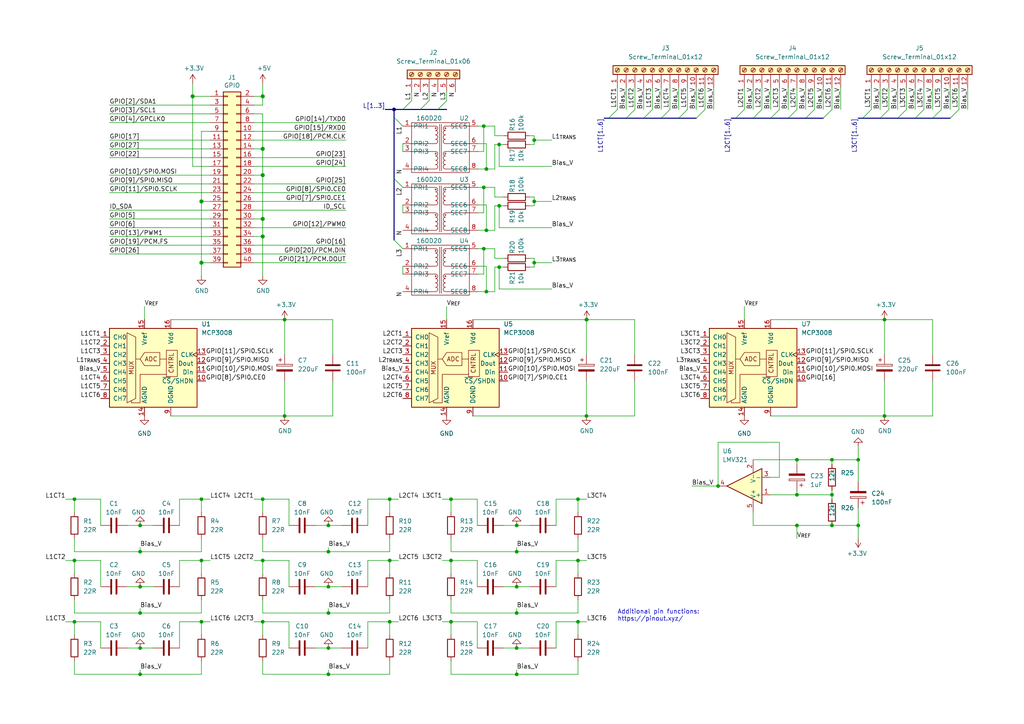
<source format=kicad_sch>
(kicad_sch (version 20250114) (generator "eeschema") (generator_version "9.0")
  (paper "A4")
  (title_block (title "Raspberry Pi 3Phase WattMeter") (date "01 oct 2022") (rev "1.0"))
  (text "Additional pin functions:\nhttps://pinout.xyz/" (at 179.07 180.34 0) (effects (font (size 1.27 1.27)) (justify left bottom)))
  (junction (at 40.64 195.58))
  (junction (at 40.64 187.96))
  (junction (at 149.86 152.4))
  (junction (at 82.55 120.65))
  (junction (at 154.94 58.42))
  (junction (at 76.2 27.94) (diameter 1.016))
  (junction (at 21.59 162.56))
  (junction (at 141.0716 49.022))
  (junction (at 76.2 43.18) (diameter 1.016))
  (junction (at 95.25 160.02))
  (junction (at 82.55 92.71))
  (junction (at 113.03 144.78))
  (junction (at 144.78 59.69))
  (junction (at 231.14 152.4))
  (junction (at 140.3096 72.136))
  (junction (at 40.64 152.4))
  (junction (at 130.81 162.56))
  (junction (at 241.3 133.35))
  (junction (at 144.78 77.47))
  (junction (at 248.92 133.35))
  (junction (at 58.42 144.78))
  (junction (at 113.03 180.34))
  (junction (at 95.25 170.18))
  (junction (at 76.2 162.56))
  (junction (at 40.64 170.18))
  (junction (at 256.54 92.71))
  (junction (at 141.0716 66.802))
  (junction (at 76.2 180.34))
  (junction (at 58.42 162.56))
  (junction (at 149.86 160.02))
  (junction (at 130.81 180.34))
  (junction (at 231.14 133.35))
  (junction (at 154.94 76.2))
  (junction (at 95.25 195.58))
  (junction (at 58.42 76.2) (diameter 1.016))
  (junction (at 149.86 187.96))
  (junction (at 21.59 180.34))
  (junction (at 140.3096 36.576))
  (junction (at 248.92 152.4))
  (junction (at 76.2 144.78))
  (junction (at 58.42 58.42) (diameter 1.016))
  (junction (at 208.28 140.97))
  (junction (at 231.14 143.51))
  (junction (at 167.64 144.78))
  (junction (at 76.2 68.58) (diameter 1.016))
  (junction (at 170.18 92.71))
  (junction (at 58.42 180.34))
  (junction (at 40.64 177.8))
  (junction (at 149.86 177.8))
  (junction (at 114.3 31.75))
  (junction (at 170.0882 92.71))
  (junction (at 241.3 143.51))
  (junction (at 167.64 180.34))
  (junction (at 144.78 41.91))
  (junction (at 154.94 40.64))
  (junction (at 149.86 170.18))
  (junction (at 95.25 187.96))
  (junction (at 76.2 63.5) (diameter 1.016))
  (junction (at 241.3 152.4))
  (junction (at 76.2 50.8) (diameter 1.016))
  (junction (at 170.0882 120.65))
  (junction (at 95.25 152.4))
  (junction (at 140.3096 54.356))
  (junction (at 40.64 160.02))
  (junction (at 95.25 177.8))
  (junction (at 21.59 144.78))
  (junction (at 141.0716 84.582))
  (junction (at 130.81 144.78))
  (junction (at 167.64 162.56))
  (junction (at 113.03 162.56))
  (junction (at 256.54 120.65))
  (junction (at 149.86 195.58))
  (junction (at 55.88 27.94) (diameter 1.016))
  (bus_entry (at 114.3 69.596) (size 2.54 2.54))
  (bus_entry (at 114.3 51.816) (size 2.54 2.54))
  (bus_entry (at 257.81 31.75) (size -2.54 2.54))
  (bus_entry (at 116.84 31.75) (size 2.54 -2.54))
  (bus_entry (at 127 31.75) (size 2.54 -2.54))
  (bus_entry (at 121.92 31.75) (size 2.54 -2.54))
  (bus_entry (at 278.13 31.75) (size -2.54 2.54))
  (bus_entry (at 220.98 31.75) (size -2.54 2.54))
  (bus_entry (at 236.22 31.75) (size -2.54 2.54))
  (bus_entry (at 267.97 31.75) (size -2.54 2.54))
  (bus_entry (at 252.73 31.75) (size -2.54 2.54))
  (bus_entry (at 114.3 34.036) (size 2.54 2.54))
  (bus_entry (at 273.05 31.75) (size -2.54 2.54))
  (bus_entry (at 262.89 31.75) (size -2.54 2.54))
  (bus_entry (at 231.14 31.75) (size -2.54 2.54))
  (bus_entry (at 226.06 31.75) (size -2.54 2.54))
  (bus_entry (at 184.15 31.75) (size -2.54 2.54))
  (bus_entry (at 179.07 31.75) (size -2.54 2.54))
  (bus_entry (at 199.39 31.75) (size -2.54 2.54))
  (bus_entry (at 194.31 31.75) (size -2.54 2.54))
  (bus_entry (at 204.47 31.75) (size -2.54 2.54))
  (bus_entry (at 189.23 31.75) (size -2.54 2.54))
  (bus_entry (at 241.3 31.75) (size -2.54 2.54))
  (bus_entry (at 215.9 31.75) (size -2.54 2.54))
  (wire (pts (xy 141.0716 59.436) (xy 141.0716 66.802)))
  (wire (pts (xy 161.29 144.78) (xy 167.64 144.78)))
  (wire (pts (xy 58.42 58.42) (xy 58.42 76.2)))
  (wire (pts (xy 113.03 144.78) (xy 115.57 144.78)))
  (wire (pts (xy 73.66 58.42) (xy 100.33 58.42)))
  (wire (pts (xy 143.51 57.15) (xy 146.05 57.15)))
  (wire (pts (xy 138.684 54.356) (xy 140.3096 54.356)))
  (wire (pts (xy 76.2 184.15) (xy 76.2 180.34)))
  (wire (pts (xy 191.77 25.4) (xy 191.77 31.75)))
  (wire (pts (xy 106.68 170.18) (xy 106.68 162.56)))
  (wire (pts (xy 21.59 160.02) (xy 40.64 160.02)))
  (wire (pts (xy 60.96 40.64) (xy 31.75 40.64)))
  (wire (pts (xy 95.25 160.02) (xy 113.03 160.02)))
  (wire (pts (xy 149.86 158.75) (xy 149.86 160.02)))
  (wire (pts (xy 167.64 191.77) (xy 167.64 195.58)))
  (wire (pts (xy 138.43 162.56) (xy 138.43 170.18)))
  (wire (pts (xy 143.51 59.69) (xy 144.78 59.69)))
  (bus (pts (xy 196.85 34.29) (xy 201.93 34.29)))
  (wire (pts (xy 21.59 156.21) (xy 21.59 160.02)))
  (wire (pts (xy 270.51 25.4) (xy 270.51 31.75)))
  (wire (pts (xy 76.2 33.02) (xy 76.2 43.18)))
  (wire (pts (xy 257.81 25.4) (xy 257.81 31.75)))
  (wire (pts (xy 76.2 50.8) (xy 73.66 50.8)))
  (wire (pts (xy 76.2 177.8) (xy 95.25 177.8)))
  (wire (pts (xy 76.2 63.5) (xy 76.2 68.58)))
  (wire (pts (xy 138.684 84.582) (xy 141.0716 84.582)))
  (wire (pts (xy 146.05 170.18) (xy 149.86 170.18)))
  (wire (pts (xy 58.42 173.99) (xy 58.42 177.8)))
  (wire (pts (xy 231.14 25.4) (xy 231.14 31.75)))
  (wire (pts (xy 140.3096 61.722) (xy 140.3096 54.356)))
  (bus (pts (xy 250.19 34.29) (xy 255.27 34.29)))
  (wire (pts (xy 52.07 187.96) (xy 52.07 180.34)))
  (wire (pts (xy 144.78 77.47) (xy 144.78 83.82)))
  (wire (pts (xy 76.2 191.77) (xy 76.2 195.58)))
  (wire (pts (xy 52.07 144.78) (xy 58.42 144.78)))
  (wire (pts (xy 130.81 148.59) (xy 130.81 144.78)))
  (wire (pts (xy 243.84 25.4) (xy 243.84 31.75)))
  (wire (pts (xy 76.2 180.34) (xy 83.82 180.34)))
  (wire (pts (xy 218.44 148.59) (xy 218.44 152.4)))
  (wire (pts (xy 167.64 184.15) (xy 167.64 180.34)))
  (wire (pts (xy 76.2 173.99) (xy 76.2 177.8)))
  (wire (pts (xy 52.07 170.18) (xy 52.07 162.56)))
  (wire (pts (xy 76.2 144.78) (xy 83.82 144.78)))
  (wire (pts (xy 149.86 187.96) (xy 153.67 187.96)))
  (wire (pts (xy 83.82 144.78) (xy 83.82 152.4)))
  (wire (pts (xy 76.2 156.21) (xy 76.2 160.02)))
  (wire (pts (xy 40.64 170.18) (xy 44.45 170.18)))
  (wire (pts (xy 40.64 194.31) (xy 40.64 195.58)))
  (bus (pts (xy 212.09 34.29) (xy 213.36 34.29)))
  (bus (pts (xy 255.27 34.29) (xy 260.35 34.29)))
  (wire (pts (xy 36.83 187.96) (xy 40.64 187.96)))
  (wire (pts (xy 76.2 50.8) (xy 76.2 63.5)))
  (wire (pts (xy 167.64 156.21) (xy 167.64 160.02)))
  (wire (pts (xy 143.51 77.47) (xy 144.78 77.47)))
  (wire (pts (xy 73.66 35.56) (xy 100.33 35.56)))
  (wire (pts (xy 138.43 180.34) (xy 138.43 187.96)))
  (wire (pts (xy 95.25 170.18) (xy 99.06 170.18)))
  (wire (pts (xy 58.42 38.1) (xy 58.42 58.42)))
  (wire (pts (xy 58.42 144.78) (xy 60.96 144.78)))
  (wire (pts (xy 208.28 128.27) (xy 226.06 128.27)))
  (wire (pts (xy 130.81 184.15) (xy 130.81 180.34)))
  (wire (pts (xy 58.42 184.15) (xy 58.42 180.34)))
  (wire (pts (xy 153.67 74.93) (xy 154.94 74.93)))
  (wire (pts (xy 19.05 162.56) (xy 21.59 162.56)))
  (wire (pts (xy 223.52 120.65) (xy 256.54 120.65)))
  (wire (pts (xy 153.67 41.91) (xy 154.94 41.91)))
  (wire (pts (xy 218.44 152.4) (xy 231.14 152.4)))
  (wire (pts (xy 138.684 36.576) (xy 140.3096 36.576)))
  (bus (pts (xy 270.51 34.29) (xy 275.59 34.29)))
  (wire (pts (xy 58.42 38.1) (xy 60.96 38.1)))
  (wire (pts (xy 238.76 25.4) (xy 238.76 31.75)))
  (wire (pts (xy 73.66 55.88) (xy 100.33 55.88)))
  (wire (pts (xy 223.52 92.71) (xy 256.54 92.71)))
  (wire (pts (xy 167.64 180.34) (xy 170.18 180.34)))
  (wire (pts (xy 149.86 160.02) (xy 167.64 160.02)))
  (wire (pts (xy 60.96 60.96) (xy 31.75 60.96)))
  (wire (pts (xy 167.64 166.37) (xy 167.64 162.56)))
  (wire (pts (xy 106.68 152.4) (xy 106.68 144.78)))
  (wire (pts (xy 21.59 191.77) (xy 21.59 195.58)))
  (wire (pts (xy 21.59 180.34) (xy 29.21 180.34)))
  (wire (pts (xy 31.75 63.5) (xy 60.96 63.5)))
  (wire (pts (xy 138.684 72.136) (xy 140.3096 72.136)))
  (wire (pts (xy 248.92 133.35) (xy 241.3 133.35)))
  (bus (pts (xy 116.84 31.75) (xy 121.92 31.75)))
  (wire (pts (xy 248.92 129.54) (xy 248.92 133.35)))
  (wire (pts (xy 95.25 158.75) (xy 95.25 160.02)))
  (wire (pts (xy 143.51 41.91) (xy 144.78 41.91)))
  (wire (pts (xy 29.21 162.56) (xy 29.21 170.18)))
  (wire (pts (xy 95.25 176.53) (xy 95.25 177.8)))
  (wire (pts (xy 256.54 110.49) (xy 256.54 120.65)))
  (wire (pts (xy 186.69 25.4) (xy 186.69 31.75)))
  (wire (pts (xy 143.51 84.582) (xy 143.51 77.47)))
  (wire (pts (xy 95.25 195.58) (xy 113.03 195.58)))
  (wire (pts (xy 181.61 25.4) (xy 181.61 31.75)))
  (wire (pts (xy 95.25 187.96) (xy 99.06 187.96)))
  (wire (pts (xy 130.81 173.99) (xy 130.81 177.8)))
  (wire (pts (xy 137.16 92.71) (xy 170.0882 92.71)))
  (wire (pts (xy 58.42 58.42) (xy 60.96 58.42)))
  (wire (pts (xy 36.83 152.4) (xy 40.64 152.4)))
  (wire (pts (xy 138.684 66.802) (xy 141.0716 66.802)))
  (wire (pts (xy 138.684 41.656) (xy 141.0716 41.656)))
  (wire (pts (xy 113.03 191.77) (xy 113.03 195.58)))
  (wire (pts (xy 241.3 143.51) (xy 241.3 144.78)))
  (wire (pts (xy 73.66 45.72) (xy 100.33 45.72)))
  (bus (pts (xy 228.6 34.29) (xy 233.68 34.29)))
  (bus (pts (xy 175.26 34.29) (xy 176.53 34.29)))
  (wire (pts (xy 116.84 77.216) (xy 116.84 79.502)))
  (wire (pts (xy 154.94 74.93) (xy 154.94 76.2)))
  (wire (pts (xy 130.81 177.8) (xy 149.86 177.8)))
  (bus (pts (xy 248.92 34.29) (xy 250.19 34.29)))
  (wire (pts (xy 138.43 144.78) (xy 138.43 152.4)))
  (wire (pts (xy 184.15 25.4) (xy 184.15 31.75)))
  (wire (pts (xy 21.59 195.58) (xy 40.64 195.58)))
  (wire (pts (xy 21.59 162.56) (xy 29.21 162.56)))
  (wire (pts (xy 73.66 180.34) (xy 76.2 180.34)))
  (wire (pts (xy 19.05 180.34) (xy 21.59 180.34)))
  (wire (pts (xy 215.9 25.4) (xy 215.9 31.75)))
  (wire (pts (xy 52.07 180.34) (xy 58.42 180.34)))
  (wire (pts (xy 96.52 120.65) (xy 82.55 120.65)))
  (wire (pts (xy 144.78 59.69) (xy 146.05 59.69)))
  (wire (pts (xy 58.42 191.77) (xy 58.42 195.58)))
  (wire (pts (xy 73.66 76.2) (xy 100.33 76.2)))
  (wire (pts (xy 58.42 76.2) (xy 58.42 80.01)))
  (wire (pts (xy 280.67 25.4) (xy 280.67 31.75)))
  (wire (pts (xy 21.59 184.15) (xy 21.59 180.34)))
  (wire (pts (xy 31.75 43.18) (xy 60.96 43.18)))
  (wire (pts (xy 262.89 25.4) (xy 262.89 31.75)))
  (wire (pts (xy 270.51 92.71) (xy 256.54 92.71)))
  (wire (pts (xy 55.88 24.13) (xy 55.88 27.94)))
  (wire (pts (xy 241.3 133.35) (xy 241.3 134.62)))
  (wire (pts (xy 167.64 144.78) (xy 170.18 144.78)))
  (wire (pts (xy 141.0716 77.216) (xy 141.0716 84.582)))
  (wire (pts (xy 143.51 39.37) (xy 146.05 39.37)))
  (wire (pts (xy 273.05 25.4) (xy 273.05 31.75)))
  (wire (pts (xy 149.86 176.53) (xy 149.86 177.8)))
  (wire (pts (xy 95.25 194.31) (xy 95.25 195.58)))
  (wire (pts (xy 96.52 92.71) (xy 96.52 102.87)))
  (wire (pts (xy 143.51 66.802) (xy 143.51 59.69)))
  (wire (pts (xy 130.81 166.37) (xy 130.81 162.56)))
  (wire (pts (xy 130.81 144.78) (xy 138.43 144.78)))
  (bus (pts (xy 213.36 34.29) (xy 218.44 34.29)))
  (wire (pts (xy 143.51 74.93) (xy 146.05 74.93)))
  (wire (pts (xy 200.66 140.97) (xy 208.28 140.97)))
  (wire (pts (xy 154.94 58.42) (xy 160.02 58.42)))
  (wire (pts (xy 76.2 68.58) (xy 73.66 68.58)))
  (wire (pts (xy 143.51 36.576) (xy 143.51 39.37)))
  (wire (pts (xy 40.64 160.02) (xy 58.42 160.02)))
  (wire (pts (xy 241.3 25.4) (xy 241.3 31.75)))
  (wire (pts (xy 154.94 40.64) (xy 154.94 41.91)))
  (wire (pts (xy 184.0582 92.71) (xy 184.0582 102.87)))
  (bus (pts (xy 191.77 34.29) (xy 196.85 34.29)))
  (wire (pts (xy 116.84 41.656) (xy 116.84 43.942)))
  (wire (pts (xy 130.81 160.02) (xy 149.86 160.02)))
  (wire (pts (xy 140.3096 43.942) (xy 140.3096 36.576)))
  (wire (pts (xy 153.67 77.47) (xy 154.94 77.47)))
  (wire (pts (xy 31.75 33.02) (xy 60.96 33.02)))
  (wire (pts (xy 161.29 162.56) (xy 167.64 162.56)))
  (wire (pts (xy 76.2 162.56) (xy 83.82 162.56)))
  (wire (pts (xy 144.78 77.47) (xy 146.05 77.47)))
  (wire (pts (xy 140.3096 79.502) (xy 140.3096 72.136)))
  (wire (pts (xy 113.03 184.15) (xy 113.03 180.34)))
  (bus (pts (xy 176.53 34.29) (xy 181.61 34.29)))
  (wire (pts (xy 218.44 133.35) (xy 231.14 133.35)))
  (wire (pts (xy 270.51 120.65) (xy 256.54 120.65)))
  (wire (pts (xy 140.3096 72.136) (xy 143.51 72.136)))
  (wire (pts (xy 184.0582 92.71) (xy 170.18 92.71)))
  (wire (pts (xy 31.75 55.88) (xy 60.96 55.88)))
  (wire (pts (xy 95.25 152.4) (xy 99.06 152.4)))
  (wire (pts (xy 241.3 142.24) (xy 241.3 143.51)))
  (wire (pts (xy 143.51 49.022) (xy 143.51 41.91)))
  (wire (pts (xy 260.35 25.4) (xy 260.35 31.75)))
  (wire (pts (xy 207.01 25.4) (xy 207.01 31.75)))
  (wire (pts (xy 226.06 138.43) (xy 223.52 138.43)))
  (bus (pts (xy 111.76 31.75) (xy 114.3 31.75)))
  (wire (pts (xy 184.0582 120.65) (xy 170.0882 120.65)))
  (wire (pts (xy 55.88 48.26) (xy 60.96 48.26)))
  (bus (pts (xy 233.68 34.29) (xy 238.76 34.29)))
  (wire (pts (xy 96.52 110.49) (xy 96.52 120.65)))
  (wire (pts (xy 60.96 30.48) (xy 31.75 30.48)))
  (wire (pts (xy 218.44 25.4) (xy 218.44 31.75)))
  (wire (pts (xy 231.14 142.24) (xy 231.14 143.51)))
  (wire (pts (xy 208.28 140.97) (xy 208.28 128.27)))
  (wire (pts (xy 76.2 27.94) (xy 76.2 30.48)))
  (wire (pts (xy 170.18 92.71) (xy 170.0882 92.71)))
  (wire (pts (xy 138.684 49.022) (xy 141.0716 49.022)))
  (wire (pts (xy 248.92 156.21) (xy 248.92 152.4)))
  (wire (pts (xy 128.27 162.56) (xy 130.81 162.56)))
  (wire (pts (xy 138.684 43.942) (xy 140.3096 43.942)))
  (wire (pts (xy 113.03 148.59) (xy 113.03 144.78)))
  (wire (pts (xy 73.66 162.56) (xy 76.2 162.56)))
  (wire (pts (xy 76.2 43.18) (xy 76.2 50.8)))
  (wire (pts (xy 196.85 25.4) (xy 196.85 31.75)))
  (wire (pts (xy 73.66 40.64) (xy 100.33 40.64)))
  (wire (pts (xy 76.2 43.18) (xy 73.66 43.18)))
  (wire (pts (xy 21.59 148.59) (xy 21.59 144.78)))
  (bus (pts (xy 181.61 34.29) (xy 186.69 34.29)))
  (wire (pts (xy 116.84 59.436) (xy 116.84 61.722)))
  (wire (pts (xy 226.06 128.27) (xy 226.06 138.43)))
  (wire (pts (xy 21.59 144.78) (xy 29.21 144.78)))
  (wire (pts (xy 76.2 24.13) (xy 76.2 27.94)))
  (wire (pts (xy 124.46 26.67) (xy 124.46 29.21)))
  (bus (pts (xy 114.3 31.75) (xy 116.84 31.75)))
  (wire (pts (xy 161.29 180.34) (xy 167.64 180.34)))
  (wire (pts (xy 128.27 180.34) (xy 130.81 180.34)))
  (wire (pts (xy 40.64 177.8) (xy 58.42 177.8)))
  (wire (pts (xy 31.75 35.56) (xy 60.96 35.56)))
  (wire (pts (xy 36.83 170.18) (xy 40.64 170.18)))
  (wire (pts (xy 138.684 61.722) (xy 140.3096 61.722)))
  (wire (pts (xy 76.2 27.94) (xy 73.66 27.94)))
  (wire (pts (xy 144.78 48.26) (xy 160.02 48.26)))
  (wire (pts (xy 55.88 27.94) (xy 55.88 48.26)))
  (wire (pts (xy 141.0716 84.582) (xy 143.51 84.582)))
  (wire (pts (xy 144.78 66.04) (xy 160.02 66.04)))
  (wire (pts (xy 106.68 162.56) (xy 113.03 162.56)))
  (wire (pts (xy 73.66 48.26) (xy 100.33 48.26)))
  (wire (pts (xy 231.14 133.35) (xy 241.3 133.35)))
  (wire (pts (xy 138.684 77.216) (xy 141.0716 77.216)))
  (wire (pts (xy 21.59 177.8) (xy 40.64 177.8)))
  (wire (pts (xy 154.94 57.15) (xy 154.94 58.42)))
  (wire (pts (xy 49.53 120.65) (xy 82.55 120.65)))
  (wire (pts (xy 149.86 194.31) (xy 149.86 195.58)))
  (wire (pts (xy 73.66 38.1) (xy 100.33 38.1)))
  (bus (pts (xy 114.3 34.036) (xy 114.3 51.816)))
  (wire (pts (xy 144.78 41.91) (xy 146.05 41.91)))
  (wire (pts (xy 140.3096 36.576) (xy 143.51 36.576)))
  (wire (pts (xy 154.94 58.42) (xy 154.94 59.69)))
  (wire (pts (xy 167.64 148.59) (xy 167.64 144.78)))
  (wire (pts (xy 270.51 110.49) (xy 270.51 120.65)))
  (wire (pts (xy 113.03 156.21) (xy 113.03 160.02)))
  (wire (pts (xy 223.52 143.51) (xy 231.14 143.51)))
  (wire (pts (xy 252.73 25.4) (xy 252.73 31.75)))
  (wire (pts (xy 31.75 45.72) (xy 60.96 45.72)))
  (wire (pts (xy 201.93 25.4) (xy 201.93 31.75)))
  (wire (pts (xy 31.75 53.34) (xy 60.96 53.34)))
  (bus (pts (xy 114.3 31.75) (xy 114.3 34.036)))
  (wire (pts (xy 52.07 162.56) (xy 58.42 162.56)))
  (wire (pts (xy 141.0716 49.022) (xy 143.51 49.022)))
  (wire (pts (xy 40.64 195.58) (xy 58.42 195.58)))
  (wire (pts (xy 199.39 25.4) (xy 199.39 31.75)))
  (wire (pts (xy 189.23 25.4) (xy 189.23 31.75)))
  (wire (pts (xy 144.78 59.69) (xy 144.78 66.04)))
  (wire (pts (xy 228.6 25.4) (xy 228.6 31.75)))
  (wire (pts (xy 140.3096 54.356) (xy 143.51 54.356)))
  (wire (pts (xy 194.31 25.4) (xy 194.31 31.75)))
  (wire (pts (xy 130.81 162.56) (xy 138.43 162.56)))
  (wire (pts (xy 113.03 166.37) (xy 113.03 162.56)))
  (wire (pts (xy 106.68 144.78) (xy 113.03 144.78)))
  (wire (pts (xy 83.82 180.34) (xy 83.82 187.96)))
  (wire (pts (xy 143.51 54.356) (xy 143.51 57.15)))
  (wire (pts (xy 31.75 66.04) (xy 60.96 66.04)))
  (wire (pts (xy 91.44 152.4) (xy 95.25 152.4)))
  (wire (pts (xy 233.68 25.4) (xy 233.68 31.75)))
  (wire (pts (xy 236.22 25.4) (xy 236.22 31.75)))
  (wire (pts (xy 161.29 152.4) (xy 161.29 144.78)))
  (wire (pts (xy 153.67 59.69) (xy 154.94 59.69)))
  (wire (pts (xy 106.68 187.96) (xy 106.68 180.34)))
  (wire (pts (xy 76.2 30.48) (xy 73.66 30.48)))
  (wire (pts (xy 231.14 152.4) (xy 231.14 156.21)))
  (bus (pts (xy 186.69 34.29) (xy 191.77 34.29)))
  (bus (pts (xy 265.43 34.29) (xy 270.51 34.29)))
  (wire (pts (xy 170.0882 110.49) (xy 170.0882 120.65)))
  (wire (pts (xy 130.81 156.21) (xy 130.81 160.02)))
  (wire (pts (xy 76.2 195.58) (xy 95.25 195.58)))
  (wire (pts (xy 154.94 40.64) (xy 160.02 40.64)))
  (bus (pts (xy 260.35 34.29) (xy 265.43 34.29)))
  (wire (pts (xy 58.42 162.56) (xy 60.96 162.56)))
  (wire (pts (xy 130.81 180.34) (xy 138.43 180.34)))
  (wire (pts (xy 146.05 152.4) (xy 149.86 152.4)))
  (wire (pts (xy 31.75 71.12) (xy 60.96 71.12)))
  (wire (pts (xy 40.64 158.75) (xy 40.64 160.02)))
  (wire (pts (xy 73.66 71.12) (xy 100.33 71.12)))
  (wire (pts (xy 143.51 72.136) (xy 143.51 74.93)))
  (wire (pts (xy 113.03 162.56) (xy 115.57 162.56)))
  (wire (pts (xy 137.16 120.65) (xy 170.0882 120.65)))
  (wire (pts (xy 149.86 195.58) (xy 167.64 195.58)))
  (wire (pts (xy 73.66 66.04) (xy 100.33 66.04)))
  (wire (pts (xy 179.07 25.4) (xy 179.07 31.75)))
  (wire (pts (xy 58.42 76.2) (xy 60.96 76.2)))
  (wire (pts (xy 113.03 173.99) (xy 113.03 177.8)))
  (wire (pts (xy 138.684 59.436) (xy 141.0716 59.436)))
  (wire (pts (xy 113.03 180.34) (xy 115.57 180.34)))
  (wire (pts (xy 41.91 88.9) (xy 41.91 92.71)))
  (wire (pts (xy 241.3 152.4) (xy 248.92 152.4)))
  (wire (pts (xy 73.66 73.66) (xy 100.33 73.66)))
  (wire (pts (xy 76.2 160.02) (xy 95.25 160.02)))
  (wire (pts (xy 95.25 177.8) (xy 113.03 177.8)))
  (wire (pts (xy 154.94 76.2) (xy 154.94 77.47)))
  (wire (pts (xy 76.2 33.02) (xy 73.66 33.02)))
  (wire (pts (xy 29.21 144.78) (xy 29.21 152.4)))
  (wire (pts (xy 31.75 73.66) (xy 60.96 73.66)))
  (wire (pts (xy 58.42 148.59) (xy 58.42 144.78)))
  (wire (pts (xy 106.68 180.34) (xy 113.03 180.34)))
  (wire (pts (xy 49.53 92.71) (xy 82.55 92.71)))
  (bus (pts (xy 114.3 51.816) (xy 114.3 69.596)))
  (wire (pts (xy 130.81 195.58) (xy 149.86 195.58)))
  (wire (pts (xy 215.9 88.9) (xy 215.9 92.71)))
  (wire (pts (xy 58.42 166.37) (xy 58.42 162.56)))
  (wire (pts (xy 141.0716 66.802) (xy 143.51 66.802)))
  (bus (pts (xy 218.44 34.29) (xy 223.52 34.29)))
  (wire (pts (xy 149.86 152.4) (xy 153.67 152.4)))
  (wire (pts (xy 40.64 187.96) (xy 44.45 187.96)))
  (wire (pts (xy 21.59 173.99) (xy 21.59 177.8)))
  (wire (pts (xy 52.07 152.4) (xy 52.07 144.78)))
  (wire (pts (xy 167.64 173.99) (xy 167.64 177.8)))
  (wire (pts (xy 21.59 166.37) (xy 21.59 162.56)))
  (wire (pts (xy 184.0582 110.49) (xy 184.0582 120.65)))
  (wire (pts (xy 96.52 92.71) (xy 82.55 92.71)))
  (wire (pts (xy 40.64 176.53) (xy 40.64 177.8)))
  (wire (pts (xy 144.78 83.82) (xy 160.02 83.82)))
  (wire (pts (xy 58.42 180.34) (xy 60.96 180.34)))
  (wire (pts (xy 255.27 25.4) (xy 255.27 31.75)))
  (bus (pts (xy 121.92 31.75) (xy 127 31.75)))
  (wire (pts (xy 231.14 133.35) (xy 231.14 134.62)))
  (wire (pts (xy 82.55 110.49) (xy 82.55 120.65)))
  (wire (pts (xy 223.52 25.4) (xy 223.52 31.75)))
  (wire (pts (xy 149.86 170.18) (xy 153.67 170.18)))
  (wire (pts (xy 129.54 88.9) (xy 129.54 92.71)))
  (wire (pts (xy 270.51 92.71) (xy 270.51 102.87)))
  (wire (pts (xy 265.43 25.4) (xy 265.43 31.75)))
  (wire (pts (xy 76.2 68.58) (xy 76.2 80.01)))
  (wire (pts (xy 40.64 152.4) (xy 44.45 152.4)))
  (wire (pts (xy 278.13 25.4) (xy 278.13 31.75)))
  (wire (pts (xy 73.66 53.34) (xy 100.33 53.34)))
  (wire (pts (xy 60.96 68.58) (xy 31.75 68.58)))
  (wire (pts (xy 267.97 25.4) (xy 267.97 31.75)))
  (wire (pts (xy 130.81 191.77) (xy 130.81 195.58)))
  (wire (pts (xy 91.44 187.96) (xy 95.25 187.96)))
  (wire (pts (xy 153.67 39.37) (xy 154.94 39.37)))
  (wire (pts (xy 231.14 152.4) (xy 241.3 152.4)))
  (wire (pts (xy 19.05 144.78) (xy 21.59 144.78)))
  (wire (pts (xy 256.54 92.71) (xy 256.54 102.87)))
  (wire (pts (xy 161.29 187.96) (xy 161.29 180.34)))
  (bus (pts (xy 127 31.75) (xy 129.54 31.75)))
  (wire (pts (xy 204.47 25.4) (xy 204.47 31.75)))
  (wire (pts (xy 220.98 25.4) (xy 220.98 31.75)))
  (wire (pts (xy 149.86 177.8) (xy 167.64 177.8)))
  (wire (pts (xy 138.684 79.502) (xy 140.3096 79.502)))
  (wire (pts (xy 231.14 143.51) (xy 241.3 143.51)))
  (wire (pts (xy 154.94 76.2) (xy 160.02 76.2)))
  (wire (pts (xy 76.2 63.5) (xy 73.66 63.5)))
  (wire (pts (xy 275.59 25.4) (xy 275.59 31.75)))
  (wire (pts (xy 146.05 187.96) (xy 149.86 187.96)))
  (wire (pts (xy 76.2 166.37) (xy 76.2 162.56)))
  (wire (pts (xy 161.29 170.18) (xy 161.29 162.56)))
  (wire (pts (xy 83.82 162.56) (xy 83.82 170.18)))
  (wire (pts (xy 55.88 27.94) (xy 60.96 27.94)))
  (wire (pts (xy 76.2 148.59) (xy 76.2 144.78)))
  (wire (pts (xy 119.38 26.67) (xy 119.38 29.21)))
  (wire (pts (xy 248.92 152.4) (xy 248.92 147.32)))
  (bus (pts (xy 223.52 34.29) (xy 228.6 34.29)))
  (wire (pts (xy 58.42 156.21) (xy 58.42 160.02)))
  (wire (pts (xy 91.44 170.18) (xy 95.25 170.18)))
  (wire (pts (xy 226.06 25.4) (xy 226.06 31.75)))
  (wire (pts (xy 29.21 180.34) (xy 29.21 187.96)))
  (wire (pts (xy 128.27 144.78) (xy 130.81 144.78)))
  (wire (pts (xy 153.67 57.15) (xy 154.94 57.15)))
  (wire (pts (xy 82.55 92.71) (xy 82.55 102.87)))
  (wire (pts (xy 170.0882 92.71) (xy 170.0882 102.87)))
  (wire (pts (xy 248.92 139.7) (xy 248.92 133.35)))
  (wire (pts (xy 129.54 26.67) (xy 129.54 29.21)))
  (wire (pts (xy 154.94 39.37) (xy 154.94 40.64)))
  (wire (pts (xy 60.96 50.8) (xy 31.75 50.8)))
  (wire (pts (xy 73.66 60.96) (xy 100.33 60.96)))
  (wire (pts (xy 73.66 144.78) (xy 76.2 144.78)))
  (wire (pts (xy 141.0716 41.656) (xy 141.0716 49.022)))
  (wire (pts (xy 144.78 41.91) (xy 144.78 48.26)))
  (wire (pts (xy 167.64 162.56) (xy 170.18 162.56)))
  (label "N" (at 116.84 66.802 270))
  (label "L3CT2" (at 257.81 25.4 270))
  (label "L2CT1" (at 73.66 144.78 180))
  (label "Bias_V" (at 196.85 25.4 270))
  (label "ID_SDA" (at 31.75 60.96 0))
  (label "GPIO[10]{slash}SPI0.MOSI" (at 147.32 107.95 0))
  (label "GPIO[6]" (at 31.75 66.04 0))
  (label "L1CT5" (at 29.21 113.03 180))
  (label "GPIO[9]{slash}SPI0.MISO" (at 59.69 105.41 0))
  (label "L3_{TRANS}" (at 203.2 105.41 180))
  (label "L2CT3" (at 226.06 25.4 270))
  (label "Bias_V" (at 265.43 25.4 270))
  (label "L2CT3" (at 73.66 180.34 180))
  (label "L3CT2" (at 128.27 162.56 180))
  (label "L2CT1" (at 116.84 97.79 180))
  (label "L3" (at 116.84 72.136 270))
  (label "Bias_V" (at 186.69 25.4 270))
  (label "GPIO[9]{slash}SPI0.MISO" (at 147.32 105.41 0))
  (label "Bias_V" (at 160.02 66.04 0))
  (label "L3CT3" (at 262.89 25.4 270))
  (label "L2" (at 116.84 54.356 270))
  (label "L3CT4" (at 203.2 110.49 180))
  (label "ID_SCL" (at 100.33 60.96 180))
  (label "L2_{TRANS}" (at 116.84 105.41 180))
  (label "GPIO[9]{slash}SPI0.MISO" (at 233.68 105.41 0))
  (label "Bias_V" (at 95.25 158.75 0))
  (label "GPIO[5]" (at 31.75 63.5 0))
  (label "L2CT6" (at 115.57 180.34 0))
  (label "Bias_V" (at 233.68 25.4 270))
  (label "GPIO[21]{slash}PCM.DOUT" (at 100.33 76.2 180))
  (label "L2CT2" (at 220.98 25.4 270))
  (label "L2CT6" (at 241.3 25.4 270))
  (label "GPIO[19]{slash}PCM.FS" (at 31.75 71.12 0))
  (label "L2CT5" (at 116.84 113.03 180))
  (label "Bias_V" (at 160.02 83.82 0))
  (label "L1CT1" (at 19.05 144.78 180))
  (label "L2CT5" (at 115.57 162.56 0))
  (label "GPIO[10]{slash}SPI0.MOSI" (at 31.75 50.8 0))
  (label "GPIO[9]{slash}SPI0.MISO" (at 31.75 53.34 0))
  (label "L3CT2" (at 203.2 100.33 180))
  (label "L3CT5" (at 273.05 25.4 270))
  (label "L1CT2" (at 184.15 25.4 270))
  (label "GPIO[23]" (at 100.33 45.72 180))
  (label "L3CT1" (at 203.2 97.79 180))
  (label "Bias_V" (at 270.51 25.4 270))
  (label "L1CT1" (at 179.07 25.4 270))
  (label "GPIO[4]{slash}GPCLK0" (at 31.75 35.56 0))
  (label "V_{REF}" (at 215.9 88.9 0))
  (label "L3CT1" (at 128.27 144.78 180))
  (label "Bias_V" (at 181.61 25.4 270))
  (label "GPIO[27]" (at 31.75 43.18 0))
  (label "L1_{TRANS}" (at 29.21 105.41 180))
  (label "L3" (at 129.54 26.67 270))
  (label "L1" (at 116.84 36.576 270))
  (label "GPIO[11]{slash}SPI0.SCLK" (at 147.32 102.87 0))
  (label "GPIO[26]" (at 31.75 73.66 0))
  (label "L1CT3" (at 189.23 25.4 270))
  (label "GPIO[14]{slash}TXD0" (at 100.33 35.56 180))
  (label "Bias_V" (at 207.01 25.4 270))
  (label "L1_{TRANS}" (at 160.02 40.64 0))
  (label "GPIO[8]{slash}SPI0.CE0" (at 100.33 55.88 180))
  (label "L3CT5" (at 170.18 162.56 0))
  (label "L2CT2" (at 116.84 100.33 180))
  (label "GPIO[15]{slash}RXD0" (at 100.33 38.1 180))
  (label "L1CT4" (at 29.21 110.49 180))
  (label "GPIO[16]" (at 100.33 71.12 180))
  (label "L1CT3" (at 29.21 102.87 180))
  (label "L3CT3" (at 128.27 180.34 180))
  (label "L1CT6" (at 204.47 25.4 270))
  (label "L1CT5" (at 60.96 162.56 0))
  (label "Bias_V" (at 275.59 25.4 270))
  (label "L3CT1" (at 252.73 25.4 270))
  (label "L3CT3" (at 203.2 102.87 180))
  (label "Bias_V" (at 160.02 48.26 0))
  (label "N" (at 121.92 26.67 270))
  (label "L1CT2" (at 29.21 100.33 180))
  (label "V_{REF}" (at 231.14 156.21 0))
  (label "Bias_V" (at 260.35 25.4 270))
  (label "L1CT[1..6]" (at 175.26 34.29 270))
  (label "GPIO[22]" (at 31.75 45.72 0))
  (label "Bias_V" (at 95.25 176.53 0))
  (label "L2_{TRANS}" (at 160.02 58.42 0))
  (label "N" (at 127 26.67 270))
  (label "Bias_V" (at 223.52 25.4 270))
  (label "L1CT6" (at 60.96 180.34 0))
  (label "Bias_V" (at 95.25 194.31 0))
  (label "GPIO[2]{slash}SDA1" (at 31.75 30.48 0))
  (label "L2CT4" (at 231.14 25.4 270))
  (label "Bias_V" (at 149.86 194.31 0))
  (label "GPIO[10]{slash}SPI0.MOSI" (at 233.68 107.95 0))
  (label "V_{REF}" (at 129.54 88.9 0))
  (label "GPIO[17]" (at 31.75 40.64 0))
  (label "L1" (at 119.38 26.67 270))
  (label "Bias_V" (at 218.44 25.4 270))
  (label "L3_{TRANS}" (at 160.02 76.2 0))
  (label "GPIO[25]" (at 100.33 53.34 180))
  (label "GPIO[3]{slash}SCL1" (at 31.75 33.02 0))
  (label "L1CT3" (at 19.05 180.34 180))
  (label "L3CT4" (at 267.97 25.4 270))
  (label "GPIO[18]{slash}PCM.CLK" (at 100.33 40.64 180))
  (label "Bias_V" (at 238.76 25.4 270))
  (label "Bias_V" (at 255.27 25.4 270))
  (label "L1CT6" (at 29.21 115.57 180))
  (label "L2CT2" (at 73.66 162.56 180))
  (label "L3CT6" (at 203.2 115.57 180))
  (label "GPIO[12]{slash}PWM0" (at 100.33 66.04 180))
  (label "L2CT3" (at 116.84 102.87 180))
  (label "Bias_V" (at 201.93 25.4 270))
  (label "L[1..3]" (at 111.76 31.75 180))
  (label "L1CT1" (at 29.21 97.79 180))
  (label "GPIO[13]{slash}PWM1" (at 31.75 68.58 0))
  (label "V_{REF}" (at 41.91 88.9 0))
  (label "Bias_V" (at 29.21 107.95 180))
  (label "L3CT6" (at 170.18 180.34 0))
  (label "GPIO[8]{slash}SPI0.CE0" (at 59.69 110.49 0))
  (label "GPIO[20]{slash}PCM.DIN" (at 100.33 73.66 180))
  (label "GPIO[24]" (at 100.33 48.26 180))
  (label "L3CT4" (at 170.18 144.78 0))
  (label "Bias_V" (at 203.2 107.95 180))
  (label "Bias_V" (at 40.64 158.75 0))
  (label "GPIO[7]{slash}SPI0.CE1" (at 100.33 58.42 180))
  (label "Bias_V" (at 280.67 25.4 270))
  (label "N" (at 116.84 84.582 270))
  (label "Bias_V" (at 40.64 176.53 0))
  (label "Bias_V" (at 243.84 25.4 270))
  (label "L1CT4" (at 60.96 144.78 0))
  (label "L3CT5" (at 203.2 113.03 180))
  (label "Bias_V" (at 40.64 194.31 0))
  (label "L1CT2" (at 19.05 162.56 180))
  (label "Bias_V" (at 228.6 25.4 270))
  (label "L2CT6" (at 116.84 115.57 180))
  (label "L2" (at 124.46 26.67 270))
  (label "GPIO[10]{slash}SPI0.MOSI" (at 59.69 107.95 0))
  (label "N" (at 132.08 26.67 270))
  (label "Bias_V" (at 191.77 25.4 270))
  (label "Bias_V" (at 116.84 107.95 180))
  (label "L2CT1" (at 215.9 25.4 270))
  (label "L3CT6" (at 278.13 25.4 270))
  (label "L1CT5" (at 199.39 25.4 270))
  (label "Bias_V" (at 149.86 176.53 0))
  (label "L2CT4" (at 115.57 144.78 0))
  (label "L2CT4" (at 116.84 110.49 180))
  (label "GPIO[16]" (at 233.68 110.49 0))
  (label "Bias_V" (at 200.66 140.97 0))
  (label "L2CT[1..6]" (at 212.09 34.29 270))
  (label "N" (at 116.84 49.022 270))
  (label "GPIO[11]{slash}SPI0.SCLK" (at 233.68 102.87 0))
  (label "L3CT[1..6]" (at 248.92 34.29 270))
  (label "GPIO[11]{slash}SPI0.SCLK" (at 59.69 102.87 0))
  (label "Bias_V" (at 149.86 158.75 0))
  (label "GPIO[11]{slash}SPI0.SCLK" (at 31.75 55.88 0))
  (label "L1CT4" (at 194.31 25.4 270))
  (label "L2CT5" (at 236.22 25.4 270))
  (label "GPIO[7]{slash}SPI0.CE1" (at 147.32 110.49 0))
  (symbol (lib_id "power:+5V") (at 76.2 24.13 0) (unit 1)
    (property "Reference" "#PWR07" (effects (hide yes)))
    (property "Value" "+5V" (at 76.5683 19.8056 0))
  )
  (symbol (lib_id "power:+3.3V") (at 55.88 24.13 0) (unit 1)
    (property "Reference" "#PWR05" (effects (hide yes)))
    (property "Value" "+3.3V" (at 56.2483 19.8056 0))
  )
  (symbol (lib_id "power:GND") (at 76.2 80.01 0) (unit 1)
    (property "Reference" "#PWR08" (effects (hide yes)))
    (property "Value" "GND" (at 76.3143 84.3344 0))
  )
  (symbol (lib_id "power:GND") (at 58.42 80.01 0) (unit 1)
    (property "Reference" "#PWR06" (effects (hide yes)))
    (property "Value" "GND" (at 58.5343 84.3344 0))
  )
  (symbol (lib_id "Connector_Generic:Conn_02x20_Odd_Even") (at 66.04 50.8 0) (unit 1)
    (property "Reference" "J1" (at 67.31 22.4598 0))
    (property "Value" "GPIO" (at 67.31 24.765 0))
    (property "Footprint" "Connector_PinSocket_2.54mm:PinSocket_2x20_P2.54mm_Vertical" (effects (hide yes)))
  )
  (symbol (lib_id "Device:C_Polarized") (at 231.14 138.43 180) (unit 1)
    (property "Reference" "C23" (at 234.95 138.0489 0) (effects (justify right)))
    (property "Value" "1uF" (at 234.95 140.5889 0) (effects (justify right)))
    (property "Footprint" "Capacitor_SMD:C_1206_3216Metric_Pad1.33x1.80mm_HandSolder" (effects (hide yes)))
  )
  (symbol (lib_id "Device:R") (at 241.3 138.43 0) (unit 1)
    (property "Reference" "R25" (at 243.84 137.1599 0) (effects (justify left)))
    (property "Value" "12k" (at 241.3 139.7 90) (effects (justify left)))
    (property "Footprint" "Resistor_SMD:R_1206_3216Metric_Pad1.30x1.75mm_HandSolder" (effects (hide yes)))
  )
  (symbol (lib_id "Device:R") (at 167.64 170.18 0) (unit 1)
    (property "Reference" "R23" (at 170.18 168.9099 0) (effects (justify left)))
    (property "Value" "22R" (at 170.18 171.45 0) (effects (justify left)))
    (property "Footprint" "Resistor_SMD:R_1206_3216Metric_Pad1.30x1.75mm_HandSolder" (effects (hide yes)))
  )
  (symbol (lib_id "Device:R") (at 149.86 74.93 90) (unit 1)
    (property "Reference" "R20" (at 148.59 73.66 0) (effects (justify left)))
    (property "Value" "100k" (at 151.13 73.66 0) (effects (justify left)))
    (property "Footprint" "Resistor_SMD:R_1206_3216Metric_Pad1.30x1.75mm_HandSolder" (effects (hide yes)))
  )
  (symbol (lib_name "Hammond_160D20_1") (lib_id "Hammond:Hammond_160D20") (at 119.38 71.12 0) (unit 1)
    (property "Reference" "U4" (at 134.62 69.85 0))
    (property "Value" "160D20" (at 124.46 69.85 0))
    (property "Footprint" "RPiWattMeterFootprints:Hammond_160D20" (effects (hide yes)))
  )
  (symbol (lib_id "power:GND") (at 256.54 120.65 0) (unit 1)
    (property "Reference" "#PWR024" (effects (hide yes)))
    (property "Value" "GND" (at 256.6543 124.9744 0))
  )
  (symbol (lib_id "Hammond:Hammond_160D20") (at 119.38 53.34 0) (unit 1)
    (property "Reference" "U3" (at 134.62 52.07 0))
    (property "Value" "160D20" (at 124.46 52.07 0))
    (property "Footprint" "RPiWattMeterFootprints:Hammond_160D20" (effects (hide yes)))
  )
  (symbol (lib_id "power:GND") (at 40.64 152.4 180) (unit 1)
    (property "Reference" "#PWR01" (effects (hide yes)))
    (property "Value" "GND" (at 38.1 148.59 0) (effects (justify right)))
  )
  (symbol (lib_id "Connector:Screw_Terminal_01x06") (at 124.46 21.59 90) (unit 1)
    (property "Reference" "J2" (at 125.73 15.24 90))
    (property "Value" "Screw_Terminal_01x06" (at 125.73 17.78 90))
    (property "Footprint" "RPiWattMeterFootprints:PhoenixContact_1891108" (effects (hide yes)))
  )
  (symbol (lib_id "Device:R") (at 58.42 170.18 0) (unit 1)
    (property "Reference" "R5" (at 60.96 168.9099 0) (effects (justify left)))
    (property "Value" "22R" (at 60.96 171.45 0) (effects (justify left)))
    (property "Footprint" "Resistor_SMD:R_1206_3216Metric_Pad1.30x1.75mm_HandSolder" (effects (hide yes)))
  )
  (symbol (lib_id "Device:C") (at 157.48 152.4 270) (unit 1)
    (property "Reference" "C18" (at 157.48 146.05 90))
    (property "Value" "10nF" (at 157.48 148.59 90))
    (property "Footprint" "Capacitor_SMD:C_1206_3216Metric_Pad1.33x1.80mm_HandSolder" (effects (hide yes)))
  )
  (symbol (lib_id "Device:R") (at 149.86 57.15 90) (unit 1)
    (property "Reference" "R18" (at 148.59 55.88 0) (effects (justify left)))
    (property "Value" "100k" (at 151.13 55.88 0) (effects (justify left)))
    (property "Footprint" "Resistor_SMD:R_1206_3216Metric_Pad1.30x1.75mm_HandSolder" (effects (hide yes)))
  )
  (symbol (lib_id "Device:R") (at 149.86 39.37 90) (unit 1)
    (property "Reference" "R16" (at 148.59 38.1 0) (effects (justify left)))
    (property "Value" "100k" (at 151.13 38.1 0) (effects (justify left)))
    (property "Footprint" "Resistor_SMD:R_1206_3216Metric_Pad1.30x1.75mm_HandSolder" (effects (hide yes)))
  )
  (symbol (lib_id "Device:C") (at 87.63 152.4 270) (unit 1)
    (property "Reference" "C8" (at 87.63 146.05 90))
    (property "Value" "10nF" (at 87.63 148.59 90))
    (property "Footprint" "Capacitor_SMD:C_1206_3216Metric_Pad1.33x1.80mm_HandSolder" (effects (hide yes)))
  )
  (symbol (lib_id "Device:C") (at 142.24 187.96 270) (unit 1)
    (property "Reference" "C17" (at 142.24 181.61 90))
    (property "Value" "10nF" (at 142.24 184.15 90))
    (property "Footprint" "Capacitor_SMD:C_1206_3216Metric_Pad1.33x1.80mm_HandSolder" (effects (hide yes)))
  )
  (symbol (lib_id "Analog_ADC:MCP3008") (at 132.08 105.41 0) (unit 1)
    (property "Reference" "U5" (at 146.05 93.98 0) (effects (justify left)))
    (property "Value" "MCP3008" (at 146.05 96.52 0) (effects (justify left)))
    (property "Footprint" "Package_DIP:DIP-16_W7.62mm_Socket" (effects (hide yes)))
    (property "Datasheet" "http://ww1.microchip.com/downloads/en/DeviceDoc/21295d.pdf" (effects (hide yes)))
  )
  (symbol (lib_id "Analog_ADC:MCP3008") (at 218.44 105.41 0) (unit 1)
    (property "Reference" "U7" (at 232.41 93.98 0) (effects (justify left)))
    (property "Value" "MCP3008" (at 232.41 96.52 0) (effects (justify left)))
    (property "Footprint" "Package_DIP:DIP-16_W7.62mm_Socket" (effects (hide yes)))
    (property "Datasheet" "http://ww1.microchip.com/downloads/en/DeviceDoc/21295d.pdf" (effects (hide yes)))
  )
  (symbol (lib_id "Device:C") (at 48.26 187.96 270) (unit 1)
    (property "Reference" "C6" (at 48.26 181.61 90))
    (property "Value" "10nF" (at 48.26 184.15 90))
    (property "Footprint" "Capacitor_SMD:C_1206_3216Metric_Pad1.33x1.80mm_HandSolder" (effects (hide yes)))
  )
  (symbol (lib_id "power:GND") (at 149.86 170.18 180) (unit 1)
    (property "Reference" "#PWR016" (effects (hide yes)))
    (property "Value" "GND" (at 147.32 166.37 0) (effects (justify right)))
  )
  (symbol (lib_id "Device:C_Polarized") (at 170.0882 106.68 0) (unit 1)
    (property "Reference" "C21" (at 173.8982 104.5209 0) (effects (justify left)))
    (property "Value" "220uF" (at 173.8982 107.0609 0) (effects (justify left)))
    (property "Footprint" "Capacitor_Tantalum_SMD:CP_EIA-3216-12_Kemet-S_Pad1.58x1.35mm_HandSolder" (effects (hide yes)))
  )
  (symbol (lib_id "Device:C") (at 102.87 152.4 270) (unit 1)
    (property "Reference" "C12" (at 102.87 146.05 90))
    (property "Value" "10nF" (at 102.87 148.59 90))
    (property "Footprint" "Capacitor_SMD:C_1206_3216Metric_Pad1.33x1.80mm_HandSolder" (effects (hide yes)))
  )
  (symbol (lib_id "Device:R") (at 113.03 187.96 0) (unit 1)
    (property "Reference" "R12" (at 115.57 186.6899 0) (effects (justify left)))
    (property "Value" "22R" (at 115.57 189.23 0) (effects (justify left)))
    (property "Footprint" "Resistor_SMD:R_1206_3216Metric_Pad1.30x1.75mm_HandSolder" (effects (hide yes)))
  )
  (symbol (lib_id "Amplifier_Operational:LMV321") (at 215.9 140.97 180) (unit 1)
    (property "Reference" "U6" (at 209.55 130.81 0) (effects (justify right)))
    (property "Value" "LMV321" (at 209.55 133.35 0) (effects (justify right)))
    (property "Footprint" "Package_TO_SOT_SMD:SOT-23-5" (effects (hide yes)))
    (property "Datasheet" "http://www.ti.com/lit/ds/symlink/lmv324.pdf" (effects (hide yes)))
  )
  (symbol (lib_id "Device:C") (at 157.48 170.18 270) (unit 1)
    (property "Reference" "C19" (at 157.48 163.83 90))
    (property "Value" "10nF" (at 157.48 166.37 90))
    (property "Footprint" "Capacitor_SMD:C_1206_3216Metric_Pad1.33x1.80mm_HandSolder" (effects (hide yes)))
  )
  (symbol (lib_id "Device:R") (at 130.81 152.4 0) (unit 1)
    (property "Reference" "R13" (at 133.35 151.1299 0) (effects (justify left)))
    (property "Value" "22R" (at 133.35 153.67 0) (effects (justify left)))
    (property "Footprint" "Resistor_SMD:R_1206_3216Metric_Pad1.30x1.75mm_HandSolder" (effects (hide yes)))
  )
  (symbol (lib_id "Device:C") (at 33.02 187.96 270) (unit 1)
    (property "Reference" "C3" (at 33.02 181.61 90))
    (property "Value" "10nF" (at 33.02 184.15 90))
    (property "Footprint" "Capacitor_SMD:C_1206_3216Metric_Pad1.33x1.80mm_HandSolder" (effects (hide yes)))
  )
  (symbol (lib_id "Device:R") (at 130.81 170.18 0) (unit 1)
    (property "Reference" "R14" (at 133.35 168.9099 0) (effects (justify left)))
    (property "Value" "22R" (at 133.35 171.45 0) (effects (justify left)))
    (property "Footprint" "Resistor_SMD:R_1206_3216Metric_Pad1.30x1.75mm_HandSolder" (effects (hide yes)))
  )
  (symbol (lib_id "Device:R") (at 76.2 187.96 0) (unit 1)
    (property "Reference" "R9" (at 78.74 186.6899 0) (effects (justify left)))
    (property "Value" "22R" (at 78.74 189.23 0) (effects (justify left)))
    (property "Footprint" "Resistor_SMD:R_1206_3216Metric_Pad1.30x1.75mm_HandSolder" (effects (hide yes)))
  )
  (symbol (lib_id "Device:R") (at 113.03 152.4 0) (unit 1)
    (property "Reference" "R10" (at 115.57 151.1299 0) (effects (justify left)))
    (property "Value" "22R" (at 115.57 153.67 0) (effects (justify left)))
    (property "Footprint" "Resistor_SMD:R_1206_3216Metric_Pad1.30x1.75mm_HandSolder" (effects (hide yes)))
  )
  (symbol (lib_id "power:GND") (at 149.86 152.4 180) (unit 1)
    (property "Reference" "#PWR015" (effects (hide yes)))
    (property "Value" "GND" (at 147.32 148.59 0) (effects (justify right)))
  )
  (symbol (lib_id "Device:R") (at 21.59 170.18 0) (unit 1)
    (property "Reference" "R2" (at 24.13 168.9099 0) (effects (justify left)))
    (property "Value" "22R" (at 24.13 171.45 0) (effects (justify left)))
    (property "Footprint" "Resistor_SMD:R_1206_3216Metric_Pad1.30x1.75mm_HandSolder" (effects (hide yes)))
  )
  (symbol (lib_id "power:+3.3V") (at 170.18 92.71 0) (unit 1)
    (property "Reference" "#PWR019" (effects (hide yes)))
    (property "Value" "+3.3V" (at 170.5483 88.3856 0))
  )
  (symbol (lib_id "power:GND") (at 95.25 187.96 180) (unit 1)
    (property "Reference" "#PWR013" (effects (hide yes)))
    (property "Value" "GND" (at 92.71 184.15 0) (effects (justify right)))
  )
  (symbol (lib_id "Device:C") (at 48.26 170.18 270) (unit 1)
    (property "Reference" "C5" (at 48.26 163.83 90))
    (property "Value" "10nF" (at 48.26 166.37 90))
    (property "Footprint" "Capacitor_SMD:C_1206_3216Metric_Pad1.33x1.80mm_HandSolder" (effects (hide yes)))
  )
  (symbol (lib_id "Device:R") (at 167.64 152.4 0) (unit 1)
    (property "Reference" "R22" (at 170.18 151.1299 0) (effects (justify left)))
    (property "Value" "22R" (at 170.18 153.67 0) (effects (justify left)))
    (property "Footprint" "Resistor_SMD:R_1206_3216Metric_Pad1.30x1.75mm_HandSolder" (effects (hide yes)))
  )
  (symbol (lib_id "Connector:Screw_Terminal_01x12") (at 228.6 20.32 90) (unit 1)
    (property "Reference" "J4" (at 229.87 13.97 90))
    (property "Value" "Screw_Terminal_01x12" (at 229.87 16.51 90))
    (property "Footprint" "RPiWattMeterFootprints:PhoenixContact_PTSA 0,5_12-2,5-F" (effects (hide yes)))
  )
  (symbol (lib_id "Device:C") (at 270.51 106.68 0) (unit 1)
    (property "Reference" "C26" (at 274.32 105.4099 0) (effects (justify left)))
    (property "Value" "100nF" (at 274.32 107.9499 0) (effects (justify left)))
    (property "Footprint" "Capacitor_SMD:C_1206_3216Metric_Pad1.33x1.80mm_HandSolder" (effects (hide yes)))
  )
  (symbol (lib_id "Device:R") (at 58.42 187.96 0) (unit 1)
    (property "Reference" "R6" (at 60.96 186.6899 0) (effects (justify left)))
    (property "Value" "22R" (at 60.96 189.23 0) (effects (justify left)))
    (property "Footprint" "Resistor_SMD:R_1206_3216Metric_Pad1.30x1.75mm_HandSolder" (effects (hide yes)))
  )
  (symbol (lib_id "Device:R") (at 76.2 152.4 0) (unit 1)
    (property "Reference" "R7" (at 78.74 151.1299 0) (effects (justify left)))
    (property "Value" "22R" (at 78.74 153.67 0) (effects (justify left)))
    (property "Footprint" "Resistor_SMD:R_1206_3216Metric_Pad1.30x1.75mm_HandSolder" (effects (hide yes)))
  )
  (symbol (lib_id "Device:C") (at 87.63 187.96 270) (unit 1)
    (property "Reference" "C10" (at 87.63 181.61 90))
    (property "Value" "10nF" (at 87.63 184.15 90))
    (property "Footprint" "Capacitor_SMD:C_1206_3216Metric_Pad1.33x1.80mm_HandSolder" (effects (hide yes)))
  )
  (symbol (lib_id "Device:C") (at 96.52 106.68 0) (unit 1)
    (property "Reference" "C11" (at 100.33 105.4099 0) (effects (justify left)))
    (property "Value" "100nF" (at 100.33 107.9499 0) (effects (justify left)))
    (property "Footprint" "Capacitor_SMD:C_1206_3216Metric_Pad1.33x1.80mm_HandSolder" (effects (hide yes)))
  )
  (symbol (lib_id "Connector:Screw_Terminal_01x12") (at 191.77 20.32 90) (unit 1)
    (property "Reference" "J3" (at 193.04 13.97 90))
    (property "Value" "Screw_Terminal_01x12" (at 193.04 16.51 90))
    (property "Footprint" "RPiWattMeterFootprints:PhoenixContact_PTSA 0,5_12-2,5-F" (effects (hide yes)))
  )
  (symbol (lib_id "Device:C") (at 142.24 152.4 270) (unit 1)
    (property "Reference" "C15" (at 142.24 146.05 90))
    (property "Value" "10nF" (at 142.24 148.59 90))
    (property "Footprint" "Capacitor_SMD:C_1206_3216Metric_Pad1.33x1.80mm_HandSolder" (effects (hide yes)))
  )
  (symbol (lib_id "Device:C") (at 87.63 170.18 270) (unit 1)
    (property "Reference" "C9" (at 87.63 163.83 90))
    (property "Value" "10nF" (at 87.63 166.37 90))
    (property "Footprint" "Capacitor_SMD:C_1206_3216Metric_Pad1.33x1.80mm_HandSolder" (effects (hide yes)))
  )
  (symbol (lib_id "Hammond:Hammond_160D20") (at 119.38 35.56 0) (unit 1)
    (property "Reference" "U2" (at 134.62 34.29 0))
    (property "Value" "160D20" (at 124.46 34.29 0))
    (property "Footprint" "RPiWattMeterFootprints:Hammond_160D20" (effects (hide yes)))
  )
  (symbol (lib_id "Connector:Screw_Terminal_01x12") (at 265.43 20.32 90) (unit 1)
    (property "Reference" "J5" (at 266.7 13.97 90))
    (property "Value" "Screw_Terminal_01x12" (at 266.7 16.51 90))
    (property "Footprint" "RPiWattMeterFootprints:PhoenixContact_PTSA 0,5_12-2,5-F" (effects (hide yes)))
  )
  (symbol (lib_id "Device:R") (at 149.86 59.69 90) (unit 1)
    (property "Reference" "R19" (at 148.59 64.77 0) (effects (justify left)))
    (property "Value" "10k" (at 151.13 64.77 0) (effects (justify left)))
    (property "Footprint" "Resistor_SMD:R_1206_3216Metric_Pad1.30x1.75mm_HandSolder" (effects (hide yes)))
  )
  (symbol (lib_id "power:GND") (at 149.86 187.96 180) (unit 1)
    (property "Reference" "#PWR017" (effects (hide yes)))
    (property "Value" "GND" (at 147.32 184.15 0) (effects (justify right)))
  )
  (symbol (lib_id "power:GND") (at 40.64 170.18 180) (unit 1)
    (property "Reference" "#PWR02" (effects (hide yes)))
    (property "Value" "GND" (at 38.1 166.37 0) (effects (justify right)))
  )
  (symbol (lib_id "Device:C") (at 142.24 170.18 270) (unit 1)
    (property "Reference" "C16" (at 142.24 163.83 90))
    (property "Value" "10nF" (at 142.24 166.37 90))
    (property "Footprint" "Capacitor_SMD:C_1206_3216Metric_Pad1.33x1.80mm_HandSolder" (effects (hide yes)))
  )
  (symbol (lib_id "Device:C") (at 102.87 187.96 270) (unit 1)
    (property "Reference" "C14" (at 102.87 181.61 90))
    (property "Value" "10nF" (at 102.87 184.15 90))
    (property "Footprint" "Capacitor_SMD:C_1206_3216Metric_Pad1.33x1.80mm_HandSolder" (effects (hide yes)))
  )
  (symbol (lib_id "Device:C_Polarized") (at 82.55 106.68 0) (unit 1)
    (property "Reference" "C7" (at 86.36 104.5209 0) (effects (justify left)))
    (property "Value" "220uF" (at 86.36 107.0609 0) (effects (justify left)))
    (property "Footprint" "Capacitor_Tantalum_SMD:CP_EIA-3216-12_Kemet-S_Pad1.58x1.35mm_HandSolder" (effects (hide yes)))
  )
  (symbol (lib_id "power:GND") (at 170.0882 120.65 0) (unit 1)
    (property "Reference" "#PWR018" (effects (hide yes)))
    (property "Value" "GND" (at 170.2025 124.9744 0))
  )
  (symbol (lib_id "Device:R") (at 130.81 187.96 0) (unit 1)
    (property "Reference" "R15" (at 133.35 186.6899 0) (effects (justify left)))
    (property "Value" "22R" (at 133.35 189.23 0) (effects (justify left)))
    (property "Footprint" "Resistor_SMD:R_1206_3216Metric_Pad1.30x1.75mm_HandSolder" (effects (hide yes)))
  )
  (symbol (lib_id "Device:C") (at 184.0582 106.68 0) (unit 1)
    (property "Reference" "C22" (at 187.8682 105.4099 0) (effects (justify left)))
    (property "Value" "100nF" (at 187.8682 107.9499 0) (effects (justify left)))
    (property "Footprint" "Capacitor_SMD:C_1206_3216Metric_Pad1.33x1.80mm_HandSolder" (effects (hide yes)))
  )
  (symbol (lib_id "Analog_ADC:MCP3008") (at 44.45 105.41 0) (unit 1)
    (property "Reference" "U1" (at 58.42 93.98 0) (effects (justify left)))
    (property "Value" "MCP3008" (at 58.42 96.52 0) (effects (justify left)))
    (property "Footprint" "Package_DIP:DIP-16_W7.62mm_Socket" (effects (hide yes)))
    (property "Datasheet" "http://ww1.microchip.com/downloads/en/DeviceDoc/21295d.pdf" (effects (hide yes)))
  )
  (symbol (lib_id "Device:R") (at 21.59 187.96 0) (unit 1)
    (property "Reference" "R3" (at 24.13 186.6899 0) (effects (justify left)))
    (property "Value" "22R" (at 24.13 189.23 0) (effects (justify left)))
    (property "Footprint" "Resistor_SMD:R_1206_3216Metric_Pad1.30x1.75mm_HandSolder" (effects (hide yes)))
  )
  (symbol (lib_id "power:GND") (at 129.54 120.65 0) (unit 1)
    (property "Reference" "#PWR014" (effects (hide yes)))
    (property "Value" "GND" (at 129.54 125.73 0))
  )
  (symbol (lib_id "power:GND") (at 95.25 152.4 180) (unit 1)
    (property "Reference" "#PWR011" (effects (hide yes)))
    (property "Value" "GND" (at 92.71 148.59 0) (effects (justify right)))
  )
  (symbol (lib_id "Device:R") (at 149.86 41.91 90) (unit 1)
    (property "Reference" "R17" (at 148.59 46.99 0) (effects (justify left)))
    (property "Value" "10k" (at 151.13 46.99 0) (effects (justify left)))
    (property "Footprint" "Resistor_SMD:R_1206_3216Metric_Pad1.30x1.75mm_HandSolder" (effects (hide yes)))
  )
  (symbol (lib_id "Device:C_Polarized") (at 248.92 143.51 180) (unit 1)
    (property "Reference" "C24" (at 252.73 143.1289 0) (effects (justify right)))
    (property "Value" "100nF" (at 252.73 145.6689 0) (effects (justify right)))
    (property "Footprint" "Capacitor_Tantalum_SMD:CP_EIA-3216-12_Kemet-S_Pad1.58x1.35mm_HandSolder" (effects (hide yes)))
  )
  (symbol (lib_id "power:GND") (at 40.64 187.96 180) (unit 1)
    (property "Reference" "#PWR03" (effects (hide yes)))
    (property "Value" "GND" (at 38.1 184.15 0) (effects (justify right)))
  )
  (symbol (lib_id "Device:R") (at 76.2 170.18 0) (unit 1)
    (property "Reference" "R8" (at 78.74 168.9099 0) (effects (justify left)))
    (property "Value" "22R" (at 78.74 171.45 0) (effects (justify left)))
    (property "Footprint" "Resistor_SMD:R_1206_3216Metric_Pad1.30x1.75mm_HandSolder" (effects (hide yes)))
  )
  (symbol (lib_id "Device:C") (at 48.26 152.4 270) (unit 1)
    (property "Reference" "C4" (at 48.26 146.05 90))
    (property "Value" "10nF" (at 48.26 148.59 90))
    (property "Footprint" "Capacitor_SMD:C_1206_3216Metric_Pad1.33x1.80mm_HandSolder" (effects (hide yes)))
  )
  (symbol (lib_id "Device:C_Polarized") (at 256.54 106.68 0) (unit 1)
    (property "Reference" "C25" (at 260.35 104.5209 0) (effects (justify left)))
    (property "Value" "220uF" (at 260.35 107.0609 0) (effects (justify left)))
    (property "Footprint" "Capacitor_Tantalum_SMD:CP_EIA-3216-12_Kemet-S_Pad1.58x1.35mm_HandSolder" (effects (hide yes)))
  )
  (symbol (lib_id "Device:C") (at 33.02 170.18 270) (unit 1)
    (property "Reference" "C2" (at 33.02 163.83 90))
    (property "Value" "10nF" (at 33.02 166.37 90))
    (property "Footprint" "Capacitor_SMD:C_1206_3216Metric_Pad1.33x1.80mm_HandSolder" (effects (hide yes)))
  )
  (symbol (lib_id "Device:C") (at 102.87 170.18 270) (unit 1)
    (property "Reference" "C13" (at 102.87 163.83 90))
    (property "Value" "10nF" (at 102.87 166.37 90))
    (property "Footprint" "Capacitor_SMD:C_1206_3216Metric_Pad1.33x1.80mm_HandSolder" (effects (hide yes)))
  )
  (symbol (lib_id "Device:C") (at 157.48 187.96 270) (unit 1)
    (property "Reference" "C20" (at 157.48 181.61 90))
    (property "Value" "10nF" (at 157.48 184.15 90))
    (property "Footprint" "Capacitor_SMD:C_1206_3216Metric_Pad1.33x1.80mm_HandSolder" (effects (hide yes)))
  )
  (symbol (lib_id "power:GND") (at 215.9 120.65 0) (unit 1)
    (property "Reference" "#PWR020" (effects (hide yes)))
    (property "Value" "GND" (at 215.9 125.73 0))
  )
  (symbol (lib_id "Device:R") (at 113.03 170.18 0) (unit 1)
    (property "Reference" "R11" (at 115.57 168.9099 0) (effects (justify left)))
    (property "Value" "22R" (at 115.57 171.45 0) (effects (justify left)))
    (property "Footprint" "Resistor_SMD:R_1206_3216Metric_Pad1.30x1.75mm_HandSolder" (effects (hide yes)))
  )
  (symbol (lib_id "power:+3.3V") (at 256.54 92.71 0) (unit 1)
    (property "Reference" "#PWR023" (effects (hide yes)))
    (property "Value" "+3.3V" (at 256.9083 88.3856 0))
  )
  (symbol (lib_id "Device:C") (at 33.02 152.4 270) (unit 1)
    (property "Reference" "C1" (at 33.02 146.05 90))
    (property "Value" "10nF" (at 33.02 148.59 90))
    (property "Footprint" "Capacitor_SMD:C_1206_3216Metric_Pad1.33x1.80mm_HandSolder" (effects (hide yes)))
  )
  (symbol (lib_id "power:GND") (at 82.55 120.65 0) (unit 1)
    (property "Reference" "#PWR010" (effects (hide yes)))
    (property "Value" "GND" (at 82.6643 124.9744 0))
  )
  (symbol (lib_id "power:GND") (at 41.91 120.65 0) (unit 1)
    (property "Reference" "#PWR04" (effects (hide yes)))
    (property "Value" "GND" (at 41.91 125.73 0))
  )
  (symbol (lib_id "power:+3.3V") (at 82.55 92.71 0) (unit 1)
    (property "Reference" "#PWR09" (effects (hide yes)))
    (property "Value" "+3.3V" (at 82.9183 88.3856 0))
  )
  (symbol (lib_id "Device:R") (at 167.64 187.96 0) (unit 1)
    (property "Reference" "R24" (at 170.18 186.6899 0) (effects (justify left)))
    (property "Value" "22R" (at 170.18 189.23 0) (effects (justify left)))
    (property "Footprint" "Resistor_SMD:R_1206_3216Metric_Pad1.30x1.75mm_HandSolder" (effects (hide yes)))
  )
  (symbol (lib_id "power:GND") (at 248.92 129.54 180) (unit 1)
    (property "Reference" "#PWR021" (effects (hide yes)))
    (property "Value" "GND" (at 248.8057 125.2156 0))
  )
  (symbol (lib_id "power:+3.3V") (at 248.92 156.21 180) (unit 1)
    (property "Reference" "#PWR022" (effects (hide yes)))
    (property "Value" "+3.3V" (at 248.5517 160.5344 0))
  )
  (symbol (lib_id "Device:R") (at 58.42 152.4 0) (unit 1)
    (property "Reference" "R4" (at 60.96 151.1299 0) (effects (justify left)))
    (property "Value" "22R" (at 60.96 153.67 0) (effects (justify left)))
    (property "Footprint" "Resistor_SMD:R_1206_3216Metric_Pad1.30x1.75mm_HandSolder" (effects (hide yes)))
  )
  (symbol (lib_id "Device:R") (at 21.59 152.4 0) (unit 1)
    (property "Reference" "R1" (at 24.13 151.1299 0) (effects (justify left)))
    (property "Value" "22R" (at 24.13 153.67 0) (effects (justify left)))
    (property "Footprint" "Resistor_SMD:R_1206_3216Metric_Pad1.30x1.75mm_HandSolder" (effects (hide yes)))
  )
  (symbol (lib_id "Device:R") (at 241.3 148.59 0) (unit 1)
    (property "Reference" "R26" (at 243.84 147.3199 0) (effects (justify left)))
    (property "Value" "12k" (at 241.3 149.86 90) (effects (justify left)))
    (property "Footprint" "Resistor_SMD:R_1206_3216Metric_Pad1.30x1.75mm_HandSolder" (effects (hide yes)))
  )
  (symbol (lib_id "Device:R") (at 149.86 77.47 90) (unit 1)
    (property "Reference" "R21" (at 148.59 82.55 0) (effects (justify left)))
    (property "Value" "10k" (at 151.13 82.55 0) (effects (justify left)))
    (property "Footprint" "Resistor_SMD:R_1206_3216Metric_Pad1.30x1.75mm_HandSolder" (effects (hide yes)))
  )
  (symbol (lib_id "power:GND") (at 95.25 170.18 180) (unit 1)
    (property "Reference" "#PWR012" (effects (hide yes)))
    (property "Value" "GND" (at 92.71 166.37 0) (effects (justify right)))
  )
)
</source>
